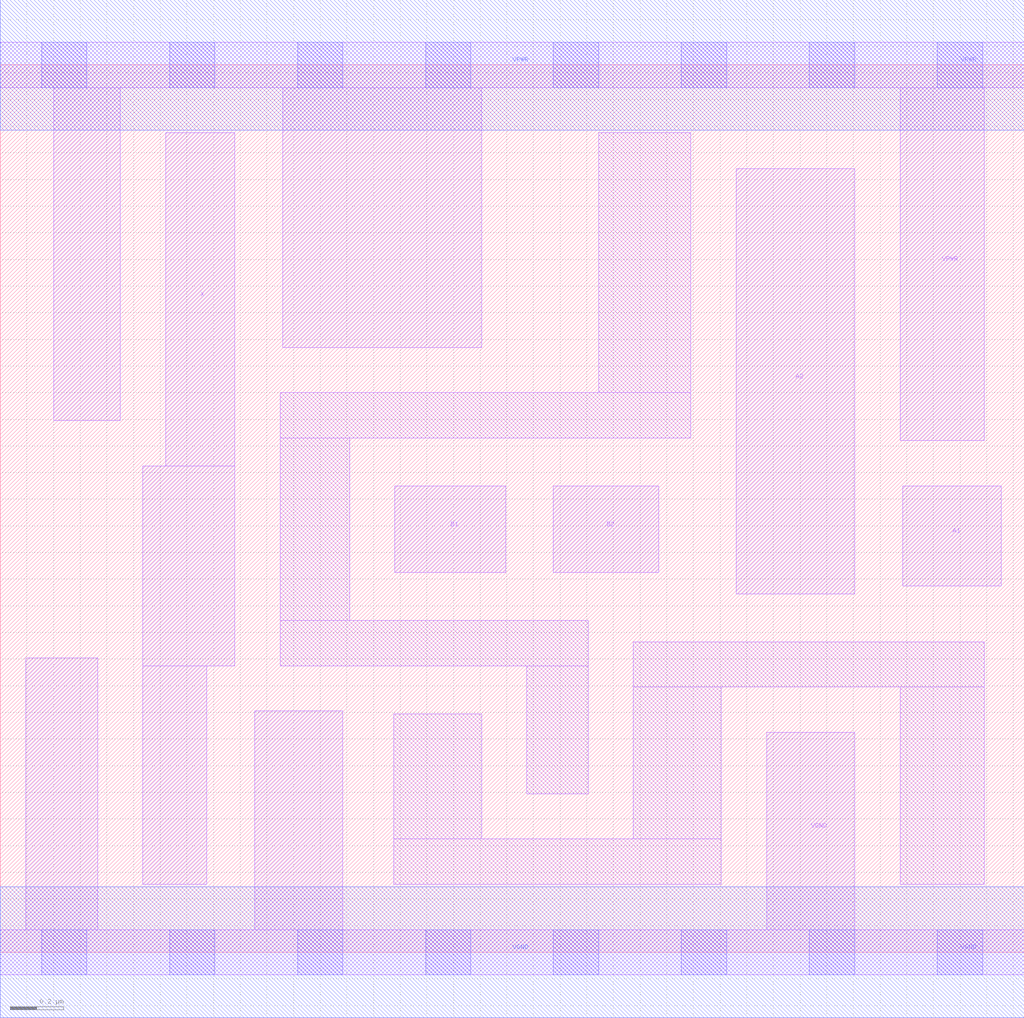
<source format=lef>
# Copyright 2020 The SkyWater PDK Authors
#
# Licensed under the Apache License, Version 2.0 (the "License");
# you may not use this file except in compliance with the License.
# You may obtain a copy of the License at
#
#     https://www.apache.org/licenses/LICENSE-2.0
#
# Unless required by applicable law or agreed to in writing, software
# distributed under the License is distributed on an "AS IS" BASIS,
# WITHOUT WARRANTIES OR CONDITIONS OF ANY KIND, either express or implied.
# See the License for the specific language governing permissions and
# limitations under the License.
#
# SPDX-License-Identifier: Apache-2.0

VERSION 5.7 ;
  NAMESCASESENSITIVE ON ;
  NOWIREEXTENSIONATPIN ON ;
  DIVIDERCHAR "/" ;
  BUSBITCHARS "[]" ;
UNITS
  DATABASE MICRONS 200 ;
END UNITS
MACRO sky130_fd_sc_lp__o22a_2
  CLASS CORE ;
  SOURCE USER ;
  FOREIGN sky130_fd_sc_lp__o22a_2 ;
  ORIGIN  0.000000  0.000000 ;
  SIZE  3.840000 BY  3.330000 ;
  SYMMETRY X Y R90 ;
  SITE unit ;
  PIN A1
    ANTENNAGATEAREA  0.315000 ;
    DIRECTION INPUT ;
    USE SIGNAL ;
    PORT
      LAYER li1 ;
        RECT 3.385000 1.375000 3.755000 1.750000 ;
    END
  END A1
  PIN A2
    ANTENNAGATEAREA  0.315000 ;
    DIRECTION INPUT ;
    USE SIGNAL ;
    PORT
      LAYER li1 ;
        RECT 2.760000 1.345000 3.205000 2.940000 ;
    END
  END A2
  PIN B1
    ANTENNAGATEAREA  0.315000 ;
    DIRECTION INPUT ;
    USE SIGNAL ;
    PORT
      LAYER li1 ;
        RECT 1.480000 1.425000 1.895000 1.750000 ;
    END
  END B1
  PIN B2
    ANTENNAGATEAREA  0.315000 ;
    DIRECTION INPUT ;
    USE SIGNAL ;
    PORT
      LAYER li1 ;
        RECT 2.075000 1.425000 2.470000 1.750000 ;
    END
  END B2
  PIN X
    ANTENNADIFFAREA  0.588000 ;
    DIRECTION OUTPUT ;
    USE SIGNAL ;
    PORT
      LAYER li1 ;
        RECT 0.535000 0.255000 0.775000 1.075000 ;
        RECT 0.535000 1.075000 0.880000 1.825000 ;
        RECT 0.620000 1.825000 0.880000 3.075000 ;
    END
  END X
  PIN VGND
    DIRECTION INOUT ;
    USE GROUND ;
    PORT
      LAYER li1 ;
        RECT 0.000000 -0.085000 3.840000 0.085000 ;
        RECT 0.095000  0.085000 0.365000 1.105000 ;
        RECT 0.955000  0.085000 1.285000 0.905000 ;
        RECT 2.875000  0.085000 3.205000 0.825000 ;
      LAYER mcon ;
        RECT 0.155000 -0.085000 0.325000 0.085000 ;
        RECT 0.635000 -0.085000 0.805000 0.085000 ;
        RECT 1.115000 -0.085000 1.285000 0.085000 ;
        RECT 1.595000 -0.085000 1.765000 0.085000 ;
        RECT 2.075000 -0.085000 2.245000 0.085000 ;
        RECT 2.555000 -0.085000 2.725000 0.085000 ;
        RECT 3.035000 -0.085000 3.205000 0.085000 ;
        RECT 3.515000 -0.085000 3.685000 0.085000 ;
      LAYER met1 ;
        RECT 0.000000 -0.245000 3.840000 0.245000 ;
    END
  END VGND
  PIN VPWR
    DIRECTION INOUT ;
    USE POWER ;
    PORT
      LAYER li1 ;
        RECT 0.000000 3.245000 3.840000 3.415000 ;
        RECT 0.200000 1.995000 0.450000 3.245000 ;
        RECT 1.060000 2.270000 1.805000 3.245000 ;
        RECT 3.375000 1.920000 3.690000 3.245000 ;
      LAYER mcon ;
        RECT 0.155000 3.245000 0.325000 3.415000 ;
        RECT 0.635000 3.245000 0.805000 3.415000 ;
        RECT 1.115000 3.245000 1.285000 3.415000 ;
        RECT 1.595000 3.245000 1.765000 3.415000 ;
        RECT 2.075000 3.245000 2.245000 3.415000 ;
        RECT 2.555000 3.245000 2.725000 3.415000 ;
        RECT 3.035000 3.245000 3.205000 3.415000 ;
        RECT 3.515000 3.245000 3.685000 3.415000 ;
      LAYER met1 ;
        RECT 0.000000 3.085000 3.840000 3.575000 ;
    END
  END VPWR
  OBS
    LAYER li1 ;
      RECT 1.050000 1.075000 2.205000 1.245000 ;
      RECT 1.050000 1.245000 1.310000 1.930000 ;
      RECT 1.050000 1.930000 2.590000 2.100000 ;
      RECT 1.475000 0.255000 2.705000 0.425000 ;
      RECT 1.475000 0.425000 1.805000 0.895000 ;
      RECT 1.975000 0.595000 2.205000 1.075000 ;
      RECT 2.245000 2.100000 2.590000 3.075000 ;
      RECT 2.375000 0.425000 2.705000 0.995000 ;
      RECT 2.375000 0.995000 3.690000 1.165000 ;
      RECT 3.375000 0.255000 3.690000 0.995000 ;
  END
END sky130_fd_sc_lp__o22a_2

</source>
